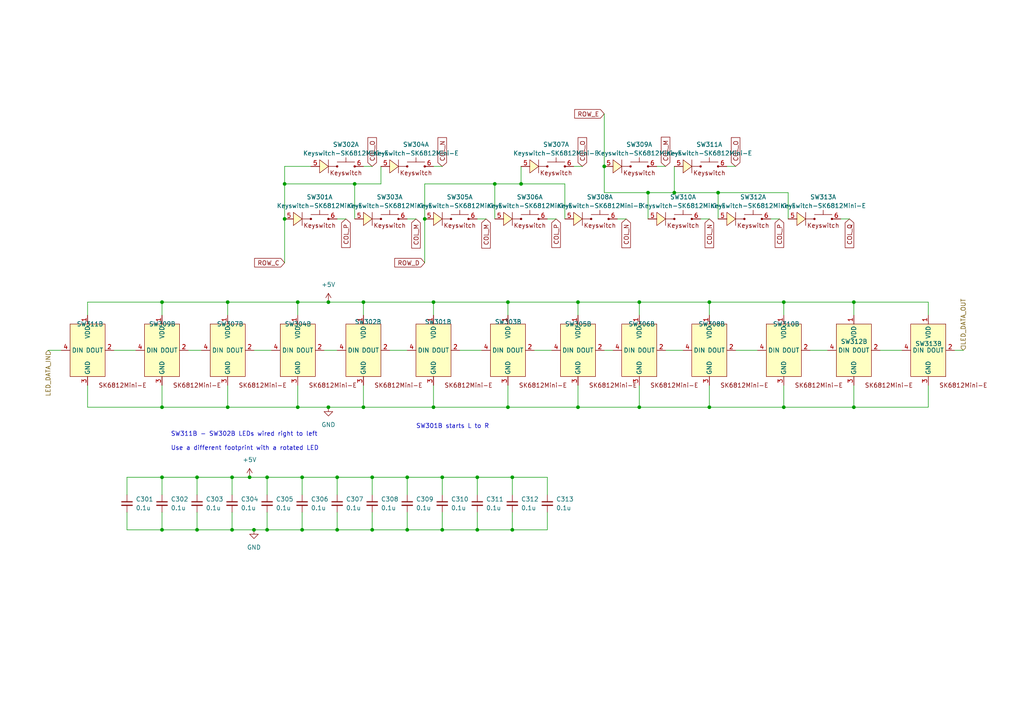
<source format=kicad_sch>
(kicad_sch (version 20211123) (generator eeschema)
  (paper "A4")
  (lib_symbols
    (symbol "BVH_Switches_Inputs:Keyswitch-SK6812Mini-E"
      (property "Reference" "SW?" (at 3.81 8.89 0))
      (symbol "Keyswitch-SK6812Mini-E_1_0"
        (text "Keyswitch" (at 0 -1.905 0) (effects (font (size 1.27 1.27))))
      )
      (symbol "Keyswitch-SK6812Mini-E_1_1"
        (pin input line (at -10.16 0 0) (length 2.54) (name "") (number "5"))
        (pin input line (at 5.08 0 180) (length 2.54) (name "") (number "6"))
      )
      (symbol "Keyswitch-SK6812Mini-E_2_0"
        (text "SK6812Mini-E" (at 10.16 -10.16 0) (effects (font (size 1.27 1.27))))
      )
      (symbol "Keyswitch-SK6812Mini-E_2_1"
        (pin power_in line (at 0 10.16 270) (length 2.54) (name "VDD") (number "1"))
        (pin output line (at 7.62 0 180) (length 2.54) (name "DOUT") (number "2"))
        (pin power_in line (at 0 -10.16 90) (length 2.54) (name "GND") (number "3"))
        (pin input line (at -7.62 0 0) (length 2.54) (name "DIN") (number "4"))
      )
    )
    (symbol "Device:C_Small" (pin_numbers hide) (pin_names (offset 0.254) hide)
      (property "Reference" "C" (at 0.254 1.778 0))
      (property "Value" "C_Small" (at 0.254 -2.032 0))
      (symbol "C_Small_1_1"
        (pin passive line (at 0 2.54 270) (length 2.032) (name "~") (number "1"))
        (pin passive line (at 0 -2.54 90) (length 2.032) (name "~") (number "2"))
      )
    )
    (symbol "Keyswitch-SK6812Mini-E_10"
      (property "Reference" "SW?" (at 3.81 8.89 0))
      (symbol "Keyswitch-SK6812Mini-E_10_1_0"
        (text "Keyswitch" (at 0 -1.905 0) (effects (font (size 1.27 1.27))))
      )
      (symbol "Keyswitch-SK6812Mini-E_10_1_1"
        (pin input line (at -10.16 0 0) (length 2.54) (name "") (number "5"))
        (pin input line (at 5.08 0 180) (length 2.54) (name "") (number "6"))
      )
      (symbol "Keyswitch-SK6812Mini-E_10_2_0"
        (text "SK6812Mini-E" (at 10.16 -10.16 0) (effects (font (size 1.27 1.27))))
      )
      (symbol "Keyswitch-SK6812Mini-E_10_2_1"
        (pin power_in line (at 0 10.16 270) (length 2.54) (name "VDD") (number "1"))
        (pin output line (at 7.62 0 180) (length 2.54) (name "DOUT") (number "2"))
        (pin power_in line (at 0 -10.16 90) (length 2.54) (name "GND") (number "3"))
        (pin input line (at -7.62 0 0) (length 2.54) (name "DIN") (number "4"))
      )
    )
    (symbol "Keyswitch-SK6812Mini-E_11"
      (property "Reference" "SW?" (at 3.81 8.89 0))
      (symbol "Keyswitch-SK6812Mini-E_11_1_0"
        (text "Keyswitch" (at 0 -1.905 0) (effects (font (size 1.27 1.27))))
      )
      (symbol "Keyswitch-SK6812Mini-E_11_1_1"
        (pin input line (at -10.16 0 0) (length 2.54) (name "") (number "5"))
        (pin input line (at 5.08 0 180) (length 2.54) (name "") (number "6"))
      )
      (symbol "Keyswitch-SK6812Mini-E_11_2_0"
        (text "SK6812Mini-E" (at 10.16 -10.16 0) (effects (font (size 1.27 1.27))))
      )
      (symbol "Keyswitch-SK6812Mini-E_11_2_1"
        (pin power_in line (at 0 10.16 270) (length 2.54) (name "VDD") (number "1"))
        (pin output line (at 7.62 0 180) (length 2.54) (name "DOUT") (number "2"))
        (pin power_in line (at 0 -10.16 90) (length 2.54) (name "GND") (number "3"))
        (pin input line (at -7.62 0 0) (length 2.54) (name "DIN") (number "4"))
      )
    )
    (symbol "Keyswitch-SK6812Mini-E_12"
      (property "Reference" "SW?" (at 3.81 8.89 0))
      (symbol "Keyswitch-SK6812Mini-E_12_1_0"
        (text "Keyswitch" (at 0 -1.905 0) (effects (font (size 1.27 1.27))))
      )
      (symbol "Keyswitch-SK6812Mini-E_12_1_1"
        (pin input line (at -10.16 0 0) (length 2.54) (name "") (number "5"))
        (pin input line (at 5.08 0 180) (length 2.54) (name "") (number "6"))
      )
      (symbol "Keyswitch-SK6812Mini-E_12_2_0"
        (text "SK6812Mini-E" (at 10.16 -10.16 0) (effects (font (size 1.27 1.27))))
      )
      (symbol "Keyswitch-SK6812Mini-E_12_2_1"
        (pin power_in line (at 0 10.16 270) (length 2.54) (name "VDD") (number "1"))
        (pin output line (at 7.62 0 180) (length 2.54) (name "DOUT") (number "2"))
        (pin power_in line (at 0 -10.16 90) (length 2.54) (name "GND") (number "3"))
        (pin input line (at -7.62 0 0) (length 2.54) (name "DIN") (number "4"))
      )
    )
    (symbol "Keyswitch-SK6812Mini-E_13"
      (property "Reference" "SW?" (at 3.81 8.89 0))
      (symbol "Keyswitch-SK6812Mini-E_13_1_0"
        (text "Keyswitch" (at 0 -1.905 0) (effects (font (size 1.27 1.27))))
      )
      (symbol "Keyswitch-SK6812Mini-E_13_1_1"
        (pin input line (at -10.16 0 0) (length 2.54) (name "") (number "5"))
        (pin input line (at 5.08 0 180) (length 2.54) (name "") (number "6"))
      )
      (symbol "Keyswitch-SK6812Mini-E_13_2_0"
        (text "SK6812Mini-E" (at 10.16 -10.16 0) (effects (font (size 1.27 1.27))))
      )
      (symbol "Keyswitch-SK6812Mini-E_13_2_1"
        (pin power_in line (at 0 10.16 270) (length 2.54) (name "VDD") (number "1"))
        (pin output line (at 7.62 0 180) (length 2.54) (name "DOUT") (number "2"))
        (pin power_in line (at 0 -10.16 90) (length 2.54) (name "GND") (number "3"))
        (pin input line (at -7.62 0 0) (length 2.54) (name "DIN") (number "4"))
      )
    )
    (symbol "Keyswitch-SK6812Mini-E_14"
      (property "Reference" "SW?" (at 3.81 8.89 0))
      (symbol "Keyswitch-SK6812Mini-E_14_1_0"
        (text "Keyswitch" (at 0 -1.905 0) (effects (font (size 1.27 1.27))))
      )
      (symbol "Keyswitch-SK6812Mini-E_14_1_1"
        (pin input line (at -10.16 0 0) (length 2.54) (name "") (number "5"))
        (pin input line (at 5.08 0 180) (length 2.54) (name "") (number "6"))
      )
      (symbol "Keyswitch-SK6812Mini-E_14_2_0"
        (text "SK6812Mini-E" (at 10.16 -10.16 0) (effects (font (size 1.27 1.27))))
      )
      (symbol "Keyswitch-SK6812Mini-E_14_2_1"
        (pin power_in line (at 0 10.16 270) (length 2.54) (name "VDD") (number "1"))
        (pin output line (at 7.62 0 180) (length 2.54) (name "DOUT") (number "2"))
        (pin power_in line (at 0 -10.16 90) (length 2.54) (name "GND") (number "3"))
        (pin input line (at -7.62 0 0) (length 2.54) (name "DIN") (number "4"))
      )
    )
    (symbol "Keyswitch-SK6812Mini-E_16"
      (property "Reference" "SW?" (at 3.81 8.89 0))
      (symbol "Keyswitch-SK6812Mini-E_16_1_0"
        (text "Keyswitch" (at 0 -1.905 0) (effects (font (size 1.27 1.27))))
      )
      (symbol "Keyswitch-SK6812Mini-E_16_1_1"
        (pin input line (at -10.16 0 0) (length 2.54) (name "") (number "5"))
        (pin input line (at 5.08 0 180) (length 2.54) (name "") (number "6"))
      )
      (symbol "Keyswitch-SK6812Mini-E_16_2_0"
        (text "SK6812Mini-E" (at 10.16 -10.16 0) (effects (font (size 1.27 1.27))))
      )
      (symbol "Keyswitch-SK6812Mini-E_16_2_1"
        (pin power_in line (at 0 10.16 270) (length 2.54) (name "VDD") (number "1"))
        (pin output line (at 7.62 0 180) (length 2.54) (name "DOUT") (number "2"))
        (pin power_in line (at 0 -10.16 90) (length 2.54) (name "GND") (number "3"))
        (pin input line (at -7.62 0 0) (length 2.54) (name "DIN") (number "4"))
      )
    )
    (symbol "Keyswitch-SK6812Mini-E_17"
      (property "Reference" "SW?" (at 3.81 8.89 0))
      (symbol "Keyswitch-SK6812Mini-E_17_1_0"
        (text "Keyswitch" (at 0 -1.905 0) (effects (font (size 1.27 1.27))))
      )
      (symbol "Keyswitch-SK6812Mini-E_17_1_1"
        (pin input line (at -10.16 0 0) (length 2.54) (name "") (number "5"))
        (pin input line (at 5.08 0 180) (length 2.54) (name "") (number "6"))
      )
      (symbol "Keyswitch-SK6812Mini-E_17_2_0"
        (text "SK6812Mini-E" (at 10.16 -10.16 0) (effects (font (size 1.27 1.27))))
      )
      (symbol "Keyswitch-SK6812Mini-E_17_2_1"
        (pin power_in line (at 0 10.16 270) (length 2.54) (name "VDD") (number "1"))
        (pin output line (at 7.62 0 180) (length 2.54) (name "DOUT") (number "2"))
        (pin power_in line (at 0 -10.16 90) (length 2.54) (name "GND") (number "3"))
        (pin input line (at -7.62 0 0) (length 2.54) (name "DIN") (number "4"))
      )
    )
    (symbol "Keyswitch-SK6812Mini-E_18"
      (property "Reference" "SW?" (at 3.81 8.89 0))
      (symbol "Keyswitch-SK6812Mini-E_18_1_0"
        (text "Keyswitch" (at 0 -1.905 0) (effects (font (size 1.27 1.27))))
      )
      (symbol "Keyswitch-SK6812Mini-E_18_1_1"
        (pin input line (at -10.16 0 0) (length 2.54) (name "") (number "5"))
        (pin input line (at 5.08 0 180) (length 2.54) (name "") (number "6"))
      )
      (symbol "Keyswitch-SK6812Mini-E_18_2_0"
        (text "SK6812Mini-E" (at 10.16 -10.16 0) (effects (font (size 1.27 1.27))))
      )
      (symbol "Keyswitch-SK6812Mini-E_18_2_1"
        (pin power_in line (at 0 10.16 270) (length 2.54) (name "VDD") (number "1"))
        (pin output line (at 7.62 0 180) (length 2.54) (name "DOUT") (number "2"))
        (pin power_in line (at 0 -10.16 90) (length 2.54) (name "GND") (number "3"))
        (pin input line (at -7.62 0 0) (length 2.54) (name "DIN") (number "4"))
      )
    )
    (symbol "Keyswitch-SK6812Mini-E_20"
      (property "Reference" "SW?" (at 3.81 8.89 0))
      (symbol "Keyswitch-SK6812Mini-E_20_1_0"
        (text "Keyswitch" (at 0 -1.905 0) (effects (font (size 1.27 1.27))))
      )
      (symbol "Keyswitch-SK6812Mini-E_20_1_1"
        (pin input line (at -10.16 0 0) (length 2.54) (name "") (number "5"))
        (pin input line (at 5.08 0 180) (length 2.54) (name "") (number "6"))
      )
      (symbol "Keyswitch-SK6812Mini-E_20_2_0"
        (text "SK6812Mini-E" (at 10.16 -10.16 0) (effects (font (size 1.27 1.27))))
      )
      (symbol "Keyswitch-SK6812Mini-E_20_2_1"
        (pin power_in line (at 0 10.16 270) (length 2.54) (name "VDD") (number "1"))
        (pin output line (at 7.62 0 180) (length 2.54) (name "DOUT") (number "2"))
        (pin power_in line (at 0 -10.16 90) (length 2.54) (name "GND") (number "3"))
        (pin input line (at -7.62 0 0) (length 2.54) (name "DIN") (number "4"))
      )
    )
    (symbol "Keyswitch-SK6812Mini-E_21"
      (property "Reference" "SW?" (at 3.81 8.89 0))
      (symbol "Keyswitch-SK6812Mini-E_21_1_0"
        (text "Keyswitch" (at 0 -1.905 0) (effects (font (size 1.27 1.27))))
      )
      (symbol "Keyswitch-SK6812Mini-E_21_1_1"
        (pin input line (at -10.16 0 0) (length 2.54) (name "") (number "5"))
        (pin input line (at 5.08 0 180) (length 2.54) (name "") (number "6"))
      )
      (symbol "Keyswitch-SK6812Mini-E_21_2_0"
        (text "SK6812Mini-E" (at 10.16 -10.16 0) (effects (font (size 1.27 1.27))))
      )
      (symbol "Keyswitch-SK6812Mini-E_21_2_1"
        (pin power_in line (at 0 10.16 270) (length 2.54) (name "VDD") (number "1"))
        (pin output line (at 7.62 0 180) (length 2.54) (name "DOUT") (number "2"))
        (pin power_in line (at 0 -10.16 90) (length 2.54) (name "GND") (number "3"))
        (pin input line (at -7.62 0 0) (length 2.54) (name "DIN") (number "4"))
      )
    )
    (symbol "Keyswitch-SK6812Mini-E_22"
      (property "Reference" "SW?" (at 3.81 8.89 0))
      (symbol "Keyswitch-SK6812Mini-E_22_1_0"
        (text "Keyswitch" (at 0 -1.905 0) (effects (font (size 1.27 1.27))))
      )
      (symbol "Keyswitch-SK6812Mini-E_22_1_1"
        (pin input line (at -10.16 0 0) (length 2.54) (name "") (number "5"))
        (pin input line (at 5.08 0 180) (length 2.54) (name "") (number "6"))
      )
      (symbol "Keyswitch-SK6812Mini-E_22_2_0"
        (text "SK6812Mini-E" (at 10.16 -10.16 0) (effects (font (size 1.27 1.27))))
      )
      (symbol "Keyswitch-SK6812Mini-E_22_2_1"
        (pin power_in line (at 0 10.16 270) (length 2.54) (name "VDD") (number "1"))
        (pin output line (at 7.62 0 180) (length 2.54) (name "DOUT") (number "2"))
        (pin power_in line (at 0 -10.16 90) (length 2.54) (name "GND") (number "3"))
        (pin input line (at -7.62 0 0) (length 2.54) (name "DIN") (number "4"))
      )
    )
    (symbol "Keyswitch-SK6812Mini-E_23"
      (property "Reference" "SW?" (at 3.81 8.89 0))
      (symbol "Keyswitch-SK6812Mini-E_23_1_0"
        (text "Keyswitch" (at 0 -1.905 0) (effects (font (size 1.27 1.27))))
      )
      (symbol "Keyswitch-SK6812Mini-E_23_1_1"
        (pin input line (at -10.16 0 0) (length 2.54) (name "") (number "5"))
        (pin input line (at 5.08 0 180) (length 2.54) (name "") (number "6"))
      )
      (symbol "Keyswitch-SK6812Mini-E_23_2_0"
        (text "SK6812Mini-E" (at 10.16 -10.16 0) (effects (font (size 1.27 1.27))))
      )
      (symbol "Keyswitch-SK6812Mini-E_23_2_1"
        (pin power_in line (at 0 10.16 270) (length 2.54) (name "VDD") (number "1"))
        (pin output line (at 7.62 0 180) (length 2.54) (name "DOUT") (number "2"))
        (pin power_in line (at 0 -10.16 90) (length 2.54) (name "GND") (number "3"))
        (pin input line (at -7.62 0 0) (length 2.54) (name "DIN") (number "4"))
      )
    )
    (symbol "Keyswitch-SK6812Mini-E_24"
      (property "Reference" "SW?" (at 3.81 8.89 0))
      (symbol "Keyswitch-SK6812Mini-E_24_1_0"
        (text "Keyswitch" (at 0 -1.905 0) (effects (font (size 1.27 1.27))))
      )
      (symbol "Keyswitch-SK6812Mini-E_24_1_1"
        (pin input line (at -10.16 0 0) (length 2.54) (name "") (number "5"))
        (pin input line (at 5.08 0 180) (length 2.54) (name "") (number "6"))
      )
      (symbol "Keyswitch-SK6812Mini-E_24_2_0"
        (text "SK6812Mini-E" (at 10.16 -10.16 0) (effects (font (size 1.27 1.27))))
      )
      (symbol "Keyswitch-SK6812Mini-E_24_2_1"
        (pin power_in line (at 0 10.16 270) (length 2.54) (name "VDD") (number "1"))
        (pin output line (at 7.62 0 180) (length 2.54) (name "DOUT") (number "2"))
        (pin power_in line (at 0 -10.16 90) (length 2.54) (name "GND") (number "3"))
        (pin input line (at -7.62 0 0) (length 2.54) (name "DIN") (number "4"))
      )
    )
    (symbol "Keyswitch-SK6812Mini-E_25"
      (property "Reference" "SW?" (at 3.81 8.89 0))
      (symbol "Keyswitch-SK6812Mini-E_25_1_0"
        (text "Keyswitch" (at 0 -1.905 0) (effects (font (size 1.27 1.27))))
      )
      (symbol "Keyswitch-SK6812Mini-E_25_1_1"
        (pin input line (at -10.16 0 0) (length 2.54) (name "") (number "5"))
        (pin input line (at 5.08 0 180) (length 2.54) (name "") (number "6"))
      )
      (symbol "Keyswitch-SK6812Mini-E_25_2_0"
        (text "SK6812Mini-E" (at 10.16 -10.16 0) (effects (font (size 1.27 1.27))))
      )
      (symbol "Keyswitch-SK6812Mini-E_25_2_1"
        (pin power_in line (at 0 10.16 270) (length 2.54) (name "VDD") (number "1"))
        (pin output line (at 7.62 0 180) (length 2.54) (name "DOUT") (number "2"))
        (pin power_in line (at 0 -10.16 90) (length 2.54) (name "GND") (number "3"))
        (pin input line (at -7.62 0 0) (length 2.54) (name "DIN") (number "4"))
      )
    )
    (symbol "Keyswitch-SK6812Mini-E_26"
      (property "Reference" "SW?" (at 3.81 8.89 0))
      (symbol "Keyswitch-SK6812Mini-E_26_1_0"
        (text "Keyswitch" (at 0 -1.905 0) (effects (font (size 1.27 1.27))))
      )
      (symbol "Keyswitch-SK6812Mini-E_26_1_1"
        (pin input line (at -10.16 0 0) (length 2.54) (name "") (number "5"))
        (pin input line (at 5.08 0 180) (length 2.54) (name "") (number "6"))
      )
      (symbol "Keyswitch-SK6812Mini-E_26_2_0"
        (text "SK6812Mini-E" (at 10.16 -10.16 0) (effects (font (size 1.27 1.27))))
      )
      (symbol "Keyswitch-SK6812Mini-E_26_2_1"
        (pin power_in line (at 0 10.16 270) (length 2.54) (name "VDD") (number "1"))
        (pin output line (at 7.62 0 180) (length 2.54) (name "DOUT") (number "2"))
        (pin power_in line (at 0 -10.16 90) (length 2.54) (name "GND") (number "3"))
        (pin input line (at -7.62 0 0) (length 2.54) (name "DIN") (number "4"))
      )
    )
    (symbol "Keyswitch-SK6812Mini-E_27"
      (property "Reference" "SW?" (at 3.81 8.89 0))
      (symbol "Keyswitch-SK6812Mini-E_27_1_0"
        (text "Keyswitch" (at 0 -1.905 0) (effects (font (size 1.27 1.27))))
      )
      (symbol "Keyswitch-SK6812Mini-E_27_1_1"
        (pin input line (at -10.16 0 0) (length 2.54) (name "") (number "5"))
        (pin input line (at 5.08 0 180) (length 2.54) (name "") (number "6"))
      )
      (symbol "Keyswitch-SK6812Mini-E_27_2_0"
        (text "SK6812Mini-E" (at 10.16 -10.16 0) (effects (font (size 1.27 1.27))))
      )
      (symbol "Keyswitch-SK6812Mini-E_27_2_1"
        (pin power_in line (at 0 10.16 270) (length 2.54) (name "VDD") (number "1"))
        (pin output line (at 7.62 0 180) (length 2.54) (name "DOUT") (number "2"))
        (pin power_in line (at 0 -10.16 90) (length 2.54) (name "GND") (number "3"))
        (pin input line (at -7.62 0 0) (length 2.54) (name "DIN") (number "4"))
      )
    )
    (symbol "Keyswitch-SK6812Mini-E_7"
      (property "Reference" "SW?" (at 3.81 8.89 0))
      (symbol "Keyswitch-SK6812Mini-E_7_1_0"
        (text "Keyswitch" (at 0 -1.905 0) (effects (font (size 1.27 1.27))))
      )
      (symbol "Keyswitch-SK6812Mini-E_7_1_1"
        (pin input line (at -10.16 0 0) (length 2.54) (name "") (number "5"))
        (pin input line (at 5.08 0 180) (length 2.54) (name "") (number "6"))
      )
      (symbol "Keyswitch-SK6812Mini-E_7_2_0"
        (text "SK6812Mini-E" (at 10.16 -10.16 0) (effects (font (size 1.27 1.27))))
      )
      (symbol "Keyswitch-SK6812Mini-E_7_2_1"
        (pin power_in line (at 0 10.16 270) (length 2.54) (name "VDD") (number "1"))
        (pin output line (at 7.62 0 180) (length 2.54) (name "DOUT") (number "2"))
        (pin power_in line (at 0 -10.16 90) (length 2.54) (name "GND") (number "3"))
        (pin input line (at -7.62 0 0) (length 2.54) (name "DIN") (number "4"))
      )
    )
    (symbol "Keyswitch-SK6812Mini-E_8"
      (property "Reference" "SW?" (at 3.81 8.89 0))
      (symbol "Keyswitch-SK6812Mini-E_8_1_0"
        (text "Keyswitch" (at 0 -1.905 0) (effects (font (size 1.27 1.27))))
      )
      (symbol "Keyswitch-SK6812Mini-E_8_1_1"
        (pin input line (at -10.16 0 0) (length 2.54) (name "") (number "5"))
        (pin input line (at 5.08 0 180) (length 2.54) (name "") (number "6"))
      )
      (symbol "Keyswitch-SK6812Mini-E_8_2_0"
        (text "SK6812Mini-E" (at 10.16 -10.16 0) (effects (font (size 1.27 1.27))))
      )
      (symbol "Keyswitch-SK6812Mini-E_8_2_1"
        (pin power_in line (at 0 10.16 270) (length 2.54) (name "VDD") (number "1"))
        (pin output line (at 7.62 0 180) (length 2.54) (name "DOUT") (number "2"))
        (pin power_in line (at 0 -10.16 90) (length 2.54) (name "GND") (number "3"))
        (pin input line (at -7.62 0 0) (length 2.54) (name "DIN") (number "4"))
      )
    )
    (symbol "Keyswitch-SK6812Mini-E_9"
      (property "Reference" "SW?" (at 3.81 8.89 0))
      (symbol "Keyswitch-SK6812Mini-E_9_1_0"
        (text "Keyswitch" (at 0 -1.905 0) (effects (font (size 1.27 1.27))))
      )
      (symbol "Keyswitch-SK6812Mini-E_9_1_1"
        (pin input line (at -10.16 0 0) (length 2.54) (name "") (number "5"))
        (pin input line (at 5.08 0 180) (length 2.54) (name "") (number "6"))
      )
      (symbol "Keyswitch-SK6812Mini-E_9_2_0"
        (text "SK6812Mini-E" (at 10.16 -10.16 0) (effects (font (size 1.27 1.27))))
      )
      (symbol "Keyswitch-SK6812Mini-E_9_2_1"
        (pin power_in line (at 0 10.16 270) (length 2.54) (name "VDD") (number "1"))
        (pin output line (at 7.62 0 180) (length 2.54) (name "DOUT") (number "2"))
        (pin power_in line (at 0 -10.16 90) (length 2.54) (name "GND") (number "3"))
        (pin input line (at -7.62 0 0) (length 2.54) (name "DIN") (number "4"))
      )
    )
    (symbol "power:+5V" (power) (pin_names (offset 0))
      (property "Value" "+5V" (at 0 3.556 0))
      (symbol "+5V_1_1"
        (pin power_in line (at 0 0 90) (length 0) hide (name "+5V") (number "1"))
      )
    )
    (symbol "power:GND" (power) (pin_names (offset 0))
      (property "Value" "GND" (at 0 -3.81 0))
      (symbol "GND_1_1"
        (pin power_in line (at 0 0 270) (length 0) hide (name "GND") (number "1"))
      )
    )
  )
  (junction (at 95.25 118.11))
  (junction (at 195.58 55.88))
  (junction (at 87.63 138.43))
  (junction (at 208.28 55.88))
  (junction (at 57.15 138.43))
  (junction (at 118.11 153.67))
  (junction (at 227.33 87.63))
  (junction (at 147.32 118.11))
  (junction (at 128.27 138.43))
  (junction (at 95.25 87.63))
  (junction (at 105.41 87.63))
  (junction (at 86.36 87.63))
  (junction (at 118.11 138.43))
  (junction (at 97.79 138.43))
  (junction (at 125.73 118.11))
  (junction (at 87.63 153.67))
  (junction (at 67.31 153.67))
  (junction (at 102.87 53.34))
  (junction (at 82.55 53.34))
  (junction (at 123.19 63.5))
  (junction (at 205.74 118.11))
  (junction (at 205.74 87.63))
  (junction (at 46.99 87.63))
  (junction (at 185.42 87.63))
  (junction (at 66.04 118.11))
  (junction (at 86.36 118.11))
  (junction (at 138.43 138.43))
  (junction (at 148.59 153.67))
  (junction (at 185.42 118.11))
  (junction (at 143.51 53.34))
  (junction (at 57.15 153.67))
  (junction (at 107.95 153.67))
  (junction (at 247.65 118.11))
  (junction (at 187.96 55.88))
  (junction (at 46.99 118.11))
  (junction (at 167.64 87.63))
  (junction (at 107.95 138.43))
  (junction (at 46.99 138.43))
  (junction (at 148.59 138.43))
  (junction (at 105.41 118.11))
  (junction (at 247.65 87.63))
  (junction (at 125.73 87.63))
  (junction (at 227.33 118.11))
  (junction (at 128.27 153.67))
  (junction (at 138.43 153.67))
  (junction (at 46.99 153.67))
  (junction (at 77.47 153.67))
  (junction (at 66.04 87.63))
  (junction (at 72.39 138.43))
  (junction (at 147.32 87.63))
  (junction (at 151.13 53.34))
  (junction (at 73.66 153.67))
  (junction (at 82.55 63.5))
  (junction (at 167.64 118.11))
  (junction (at 97.79 153.67))
  (junction (at 175.26 48.26))
  (junction (at 77.47 138.43))
  (junction (at 67.31 138.43))
  (wire (pts (xy 46.99 148.59) (xy 46.99 153.67)))
  (wire (pts (xy 227.33 87.63) (xy 227.33 91.44)))
  (wire (pts (xy 57.15 148.59) (xy 57.15 153.67)))
  (wire (pts (xy 25.4 91.44) (xy 25.4 87.63)))
  (wire (pts (xy 167.64 118.11) (xy 147.32 118.11)))
  (wire (pts (xy 66.04 118.11) (xy 46.99 118.11)))
  (wire (pts (xy 54.61 101.6) (xy 58.42 101.6)))
  (wire (pts (xy 179.07 63.5) (xy 181.61 63.5)))
  (wire (pts (xy 123.19 63.5) (xy 123.19 53.34)))
  (wire (pts (xy 269.24 111.76) (xy 269.24 118.11)))
  (wire (pts (xy 97.79 138.43) (xy 87.63 138.43)))
  (wire (pts (xy 97.79 138.43) (xy 97.79 143.51)))
  (wire (pts (xy 138.43 153.67) (xy 148.59 153.67)))
  (wire (pts (xy 13.97 101.6) (xy 17.78 101.6)))
  (wire (pts (xy 107.95 138.43) (xy 118.11 138.43)))
  (wire (pts (xy 95.25 87.63) (xy 105.41 87.63)))
  (wire (pts (xy 46.99 87.63) (xy 66.04 87.63)))
  (wire (pts (xy 82.55 48.26) (xy 90.17 48.26)))
  (wire (pts (xy 205.74 87.63) (xy 205.74 91.44)))
  (wire (pts (xy 107.95 153.67) (xy 118.11 153.67)))
  (wire (pts (xy 87.63 138.43) (xy 87.63 143.51)))
  (wire (pts (xy 25.4 87.63) (xy 46.99 87.63)))
  (wire (pts (xy 167.64 87.63) (xy 167.64 91.44)))
  (wire (pts (xy 77.47 153.67) (xy 73.66 153.67)))
  (wire (pts (xy 269.24 118.11) (xy 247.65 118.11)))
  (wire (pts (xy 67.31 138.43) (xy 67.31 143.51)))
  (wire (pts (xy 107.95 153.67) (xy 97.79 153.67)))
  (wire (pts (xy 195.58 55.88) (xy 208.28 55.88)))
  (wire (pts (xy 107.95 138.43) (xy 97.79 138.43)))
  (wire (pts (xy 36.83 138.43) (xy 46.99 138.43)))
  (wire (pts (xy 97.79 153.67) (xy 87.63 153.67)))
  (wire (pts (xy 46.99 87.63) (xy 46.99 91.44)))
  (wire (pts (xy 77.47 148.59) (xy 77.47 153.67)))
  (wire (pts (xy 36.83 143.51) (xy 36.83 138.43)))
  (wire (pts (xy 210.82 48.26) (xy 213.36 48.26)))
  (wire (pts (xy 105.41 48.26) (xy 107.95 48.26)))
  (wire (pts (xy 82.55 53.34) (xy 82.55 63.5)))
  (wire (pts (xy 205.74 118.11) (xy 185.42 118.11)))
  (wire (pts (xy 118.11 63.5) (xy 120.65 63.5)))
  (wire (pts (xy 190.5 48.26) (xy 193.04 48.26)))
  (wire (pts (xy 247.65 111.76) (xy 247.65 118.11)))
  (wire (pts (xy 143.51 53.34) (xy 143.51 63.5)))
  (wire (pts (xy 187.96 55.88) (xy 195.58 55.88)))
  (wire (pts (xy 227.33 87.63) (xy 247.65 87.63)))
  (wire (pts (xy 86.36 87.63) (xy 86.36 91.44)))
  (wire (pts (xy 148.59 143.51) (xy 148.59 138.43)))
  (wire (pts (xy 148.59 148.59) (xy 148.59 153.67)))
  (wire (pts (xy 203.2 63.5) (xy 205.74 63.5)))
  (wire (pts (xy 243.84 63.5) (xy 246.38 63.5)))
  (wire (pts (xy 118.11 153.67) (xy 128.27 153.67)))
  (wire (pts (xy 147.32 87.63) (xy 167.64 87.63)))
  (wire (pts (xy 66.04 87.63) (xy 86.36 87.63)))
  (wire (pts (xy 86.36 118.11) (xy 86.36 111.76)))
  (wire (pts (xy 205.74 111.76) (xy 205.74 118.11)))
  (wire (pts (xy 138.43 138.43) (xy 138.43 143.51)))
  (wire (pts (xy 46.99 138.43) (xy 57.15 138.43)))
  (wire (pts (xy 167.64 118.11) (xy 185.42 118.11)))
  (wire (pts (xy 234.95 101.6) (xy 240.03 101.6)))
  (wire (pts (xy 25.4 118.11) (xy 25.4 111.76)))
  (wire (pts (xy 125.73 118.11) (xy 105.41 118.11)))
  (wire (pts (xy 205.74 87.63) (xy 227.33 87.63)))
  (wire (pts (xy 36.83 148.59) (xy 36.83 153.67)))
  (wire (pts (xy 247.65 87.63) (xy 269.24 87.63)))
  (wire (pts (xy 118.11 138.43) (xy 118.11 143.51)))
  (wire (pts (xy 86.36 87.63) (xy 95.25 87.63)))
  (wire (pts (xy 158.75 143.51) (xy 158.75 138.43)))
  (wire (pts (xy 123.19 53.34) (xy 143.51 53.34)))
  (wire (pts (xy 87.63 148.59) (xy 87.63 153.67)))
  (wire (pts (xy 87.63 153.67) (xy 77.47 153.67)))
  (wire (pts (xy 67.31 148.59) (xy 67.31 153.67)))
  (wire (pts (xy 125.73 111.76) (xy 125.73 118.11)))
  (wire (pts (xy 247.65 87.63) (xy 247.65 91.44)))
  (wire (pts (xy 36.83 153.67) (xy 46.99 153.67)))
  (wire (pts (xy 255.27 101.6) (xy 261.62 101.6)))
  (wire (pts (xy 247.65 118.11) (xy 227.33 118.11)))
  (wire (pts (xy 57.15 138.43) (xy 67.31 138.43)))
  (wire (pts (xy 77.47 138.43) (xy 72.39 138.43)))
  (wire (pts (xy 67.31 138.43) (xy 72.39 138.43)))
  (wire (pts (xy 125.73 87.63) (xy 147.32 87.63)))
  (wire (pts (xy 105.41 87.63) (xy 105.41 91.44)))
  (wire (pts (xy 66.04 87.63) (xy 66.04 91.44)))
  (wire (pts (xy 148.59 153.67) (xy 158.75 153.67)))
  (wire (pts (xy 208.28 55.88) (xy 208.28 63.5)))
  (wire (pts (xy 113.03 101.6) (xy 118.11 101.6)))
  (wire (pts (xy 185.42 111.76) (xy 185.42 118.11)))
  (wire (pts (xy 107.95 148.59) (xy 107.95 153.67)))
  (wire (pts (xy 57.15 153.67) (xy 67.31 153.67)))
  (wire (pts (xy 158.75 148.59) (xy 158.75 153.67)))
  (wire (pts (xy 128.27 138.43) (xy 138.43 138.43)))
  (wire (pts (xy 147.32 118.11) (xy 125.73 118.11)))
  (wire (pts (xy 125.73 87.63) (xy 125.73 91.44)))
  (wire (pts (xy 118.11 148.59) (xy 118.11 153.67)))
  (wire (pts (xy 195.58 55.88) (xy 195.58 48.26)))
  (wire (pts (xy 97.79 148.59) (xy 97.79 153.67)))
  (wire (pts (xy 185.42 87.63) (xy 185.42 91.44)))
  (wire (pts (xy 193.04 101.6) (xy 198.12 101.6)))
  (wire (pts (xy 77.47 138.43) (xy 77.47 143.51)))
  (wire (pts (xy 46.99 118.11) (xy 46.99 111.76)))
  (wire (pts (xy 138.43 148.59) (xy 138.43 153.67)))
  (wire (pts (xy 46.99 138.43) (xy 46.99 143.51)))
  (wire (pts (xy 166.37 48.26) (xy 168.91 48.26)))
  (wire (pts (xy 125.73 48.26) (xy 128.27 48.26)))
  (wire (pts (xy 138.43 63.5) (xy 140.97 63.5)))
  (wire (pts (xy 102.87 53.34) (xy 110.49 53.34)))
  (wire (pts (xy 66.04 118.11) (xy 66.04 111.76)))
  (wire (pts (xy 46.99 118.11) (xy 25.4 118.11)))
  (wire (pts (xy 227.33 118.11) (xy 205.74 118.11)))
  (wire (pts (xy 57.15 138.43) (xy 57.15 143.51)))
  (wire (pts (xy 93.98 101.6) (xy 97.79 101.6)))
  (wire (pts (xy 102.87 53.34) (xy 102.87 63.5)))
  (wire (pts (xy 223.52 63.5) (xy 226.06 63.5)))
  (wire (pts (xy 105.41 118.11) (xy 95.25 118.11)))
  (wire (pts (xy 107.95 143.51) (xy 107.95 138.43)))
  (wire (pts (xy 87.63 138.43) (xy 77.47 138.43)))
  (wire (pts (xy 97.79 63.5) (xy 100.33 63.5)))
  (wire (pts (xy 228.6 63.5) (xy 228.6 55.88)))
  (wire (pts (xy 148.59 138.43) (xy 158.75 138.43)))
  (wire (pts (xy 143.51 53.34) (xy 151.13 53.34)))
  (wire (pts (xy 128.27 138.43) (xy 128.27 143.51)))
  (wire (pts (xy 213.36 101.6) (xy 219.71 101.6)))
  (wire (pts (xy 154.94 101.6) (xy 160.02 101.6)))
  (wire (pts (xy 105.41 87.63) (xy 125.73 87.63)))
  (wire (pts (xy 227.33 111.76) (xy 227.33 118.11)))
  (wire (pts (xy 163.83 53.34) (xy 163.83 63.5)))
  (wire (pts (xy 33.02 101.6) (xy 39.37 101.6)))
  (wire (pts (xy 110.49 53.34) (xy 110.49 48.26)))
  (wire (pts (xy 118.11 138.43) (xy 128.27 138.43)))
  (wire (pts (xy 95.25 118.11) (xy 86.36 118.11)))
  (wire (pts (xy 46.99 153.67) (xy 57.15 153.67)))
  (wire (pts (xy 133.35 101.6) (xy 139.7 101.6)))
  (wire (pts (xy 151.13 53.34) (xy 151.13 48.26)))
  (wire (pts (xy 105.41 111.76) (xy 105.41 118.11)))
  (wire (pts (xy 82.55 53.34) (xy 102.87 53.34)))
  (wire (pts (xy 128.27 148.59) (xy 128.27 153.67)))
  (wire (pts (xy 185.42 87.63) (xy 205.74 87.63)))
  (wire (pts (xy 82.55 53.34) (xy 82.55 48.26)))
  (wire (pts (xy 86.36 118.11) (xy 66.04 118.11)))
  (wire (pts (xy 187.96 55.88) (xy 187.96 63.5)))
  (wire (pts (xy 128.27 153.67) (xy 138.43 153.67)))
  (wire (pts (xy 147.32 87.63) (xy 147.32 91.44)))
  (wire (pts (xy 73.66 101.6) (xy 78.74 101.6)))
  (wire (pts (xy 158.75 63.5) (xy 161.29 63.5)))
  (wire (pts (xy 147.32 111.76) (xy 147.32 118.11)))
  (wire (pts (xy 151.13 53.34) (xy 163.83 53.34)))
  (wire (pts (xy 175.26 101.6) (xy 177.8 101.6)))
  (wire (pts (xy 228.6 55.88) (xy 208.28 55.88)))
  (wire (pts (xy 67.31 153.67) (xy 73.66 153.67)))
  (wire (pts (xy 175.26 55.88) (xy 187.96 55.88)))
  (wire (pts (xy 175.26 33.02) (xy 175.26 48.26)))
  (wire (pts (xy 269.24 87.63) (xy 269.24 91.44)))
  (wire (pts (xy 82.55 63.5) (xy 82.55 76.2)))
  (wire (pts (xy 138.43 138.43) (xy 148.59 138.43)))
  (wire (pts (xy 167.64 111.76) (xy 167.64 118.11)))
  (wire (pts (xy 276.86 101.6) (xy 279.4 101.6)))
  (wire (pts (xy 167.64 87.63) (xy 185.42 87.63)))
  (wire (pts (xy 123.19 63.5) (xy 123.19 76.2)))
  (wire (pts (xy 175.26 48.26) (xy 175.26 55.88)))
  (text "SW301B starts L to R" (at 120.65 124.46 0) (effects (font (size 1.27 1.27)) (justify left bottom)))
  (text "SW311B - SW302B LEDs wired right to left\n\nUse a different footprint with a rotated LED" (at 49.53 130.81 0) (effects (font (size 1.27 1.27)) (justify left bottom)))
  (global_label "COL_P" (shape input) (at 226.06 63.5 270) (property "Intersheet References" "${INTERSHEET_REFS}" (effects hide)))
  (global_label "COL_M" (shape input) (at 120.65 63.5 270) (property "Intersheet References" "${INTERSHEET_REFS}" (effects hide)))
  (global_label "COL_O" (shape input) (at 107.95 48.26 90) (property "Intersheet References" "${INTERSHEET_REFS}" (effects hide)))
  (global_label "COL_N" (shape input) (at 181.61 63.5 270) (property "Intersheet References" "${INTERSHEET_REFS}" (effects hide)))
  (global_label "COL_P" (shape input) (at 161.29 63.5 270) (property "Intersheet References" "${INTERSHEET_REFS}" (effects hide)))
  (global_label "COL_O" (shape input) (at 168.91 48.26 90) (property "Intersheet References" "${INTERSHEET_REFS}" (effects hide)))
  (global_label "COL_N" (shape input) (at 128.27 48.26 90) (property "Intersheet References" "${INTERSHEET_REFS}" (effects hide)))
  (global_label "ROW_E" (shape input) (at 175.26 33.02 180) (property "Intersheet References" "${INTERSHEET_REFS}" (effects hide)))
  (global_label "COL_M" (shape input) (at 140.97 63.5 270) (property "Intersheet References" "${INTERSHEET_REFS}" (effects hide)))
  (global_label "COL_P" (shape input) (at 100.33 63.5 270) (property "Intersheet References" "${INTERSHEET_REFS}" (effects hide)))
  (global_label "COL_N" (shape input) (at 205.74 63.5 270) (property "Intersheet References" "${INTERSHEET_REFS}" (effects hide)))
  (global_label "ROW_D" (shape input) (at 123.19 76.2 180) (property "Intersheet References" "${INTERSHEET_REFS}" (effects hide)))
  (global_label "COL_O" (shape input) (at 213.36 48.26 90) (property "Intersheet References" "${INTERSHEET_REFS}" (effects hide)))
  (global_label "COL_Q" (shape input) (at 246.38 63.5 270) (property "Intersheet References" "${INTERSHEET_REFS}" (effects hide)))
  (global_label "ROW_C" (shape input) (at 82.55 76.2 180) (property "Intersheet References" "${INTERSHEET_REFS}" (effects hide)))
  (global_label "COL_M" (shape input) (at 193.04 48.26 90) (property "Intersheet References" "${INTERSHEET_REFS}" (effects hide)))
  (hierarchical_label "LED_DATA_OUT" (shape input) (at 279.4 101.6 90))
  (hierarchical_label "LED_DATA_IN" (shape input) (at 13.97 101.6 270))
  (symbol (lib_id "Device:C_Small") (at 138.43 146.05 0) (unit 1)
    (property "Reference" "C311" (at 140.97 144.7862 0) (effects (justify left)))
    (property "Value" "0.1u" (at 140.97 147.3262 0) (effects (justify left)))
    (property "Footprint" "Capacitor_SMD:C_1206_3216Metric_Pad1.33x1.80mm_HandSolder" (effects hide))
  )
  (symbol (lib_name "Keyswitch-SK6812Mini-E_18") (lib_id "BVH_Switches_Inputs:Keyswitch-SK6812Mini-E") (at 238.76 63.5 0) (unit 1)
    (property "Reference" "SW313" (at 238.76 57.15 0))
    (property "Value" "Keyswitch-SK6812Mini-E" (at 238.76 59.69 0))
    (property "Footprint" "BVH_Switches:Keyswitch_Choc_SK6812_Diode_Vert_R" (effects hide))
  )
  (symbol (lib_name "Keyswitch-SK6812Mini-E_20") (lib_id "BVH_Switches_Inputs:Keyswitch-SK6812Mini-E") (at 161.29 48.26 0) (unit 1)
    (property "Reference" "SW307" (at 161.29 41.91 0))
    (property "Value" "Keyswitch-SK6812Mini-E" (at 161.29 44.45 0))
    (property "Footprint" "BVH_Switches:Keyswitch_Choc_w_SK6812Mini-E_Back_SOD-103_Diode_RtoL" (effects hide))
  )
  (symbol (lib_id "Device:C_Small") (at 148.59 146.05 0) (unit 1)
    (property "Reference" "C312" (at 151.13 144.7862 0) (effects (justify left)))
    (property "Value" "0.1u" (at 151.13 147.3262 0) (effects (justify left)))
    (property "Footprint" "Capacitor_SMD:C_1206_3216Metric_Pad1.33x1.80mm_HandSolder" (effects hide))
  )
  (symbol (lib_name "Keyswitch-SK6812Mini-E_12") (lib_id "BVH_Switches_Inputs:Keyswitch-SK6812Mini-E") (at 269.24 101.6 0) (unit 2)
    (property "Reference" "SW313" (at 265.43 99.695 0) (effects (justify left)))
    (property "Value" "Keyswitch-SK6812Mini-E" (effects hide))
    (property "Footprint" "BVH_Switches:Keyswitch_Choc_SK6812_Diode_Vert_R" (effects hide))
  )
  (symbol (lib_id "Device:C_Small") (at 87.63 146.05 0) (unit 1)
    (property "Reference" "C306" (at 90.17 144.7862 0) (effects (justify left)))
    (property "Value" "0.1u" (at 90.17 147.3262 0) (effects (justify left)))
    (property "Footprint" "Capacitor_SMD:C_1206_3216Metric_Pad1.33x1.80mm_HandSolder" (effects hide))
  )
  (symbol (lib_name "Keyswitch-SK6812Mini-E_14") (lib_id "BVH_Switches_Inputs:Keyswitch-SK6812Mini-E") (at 105.41 101.6 0) (unit 2)
    (property "Reference" "SW302" (at 102.87 93.345 0) (effects (justify left)))
    (property "Value" "Keyswitch-SK6812Mini-E" (effects hide))
    (property "Footprint" "BVH_Switches:Keyswitch_Choc_w_SK6812Mini-E_Back_SOD-103_Diode_RtoL" (effects hide))
  )
  (symbol (lib_name "Keyswitch-SK6812Mini-E_7") (lib_id "BVH_Switches_Inputs:Keyswitch-SK6812Mini-E") (at 147.32 101.6 0) (unit 2)
    (property "Reference" "SW303" (at 143.51 93.345 0) (effects (justify left)))
    (property "Value" "Keyswitch-SK6812Mini-E" (effects hide))
    (property "Footprint" "BVH_Switches:Keyswitch_Choc_SK6812_Diode_Vert_L" (effects hide))
  )
  (symbol (lib_name "Keyswitch-SK6812Mini-E_8") (lib_id "BVH_Switches_Inputs:Keyswitch-SK6812Mini-E") (at 86.36 101.6 0) (unit 2)
    (property "Reference" "SW304" (at 82.55 93.98 0) (effects (justify left)))
    (property "Value" "Keyswitch-SK6812Mini-E" (effects hide))
    (property "Footprint" "BVH_Switches:Keyswitch_Choc_w_SK6812Mini-E_Back_SOD-103_Diode_RtoL" (effects hide))
  )
  (symbol (lib_name "Keyswitch-SK6812Mini-E_12") (lib_id "BVH_Switches_Inputs:Keyswitch-SK6812Mini-E") (at 247.65 101.6 0) (unit 2)
    (property "Reference" "SW312" (at 243.84 99.06 0) (effects (justify left)))
    (property "Value" "Keyswitch-SK6812Mini-E" (effects hide))
    (property "Footprint" "BVH_Switches:Keyswitch_Choc_SK6812_Diode_Vert_R" (effects hide))
  )
  (symbol (lib_name "Keyswitch-SK6812Mini-E_10") (lib_id "BVH_Switches_Inputs:Keyswitch-SK6812Mini-E") (at 227.33 101.6 0) (unit 2)
    (property "Reference" "SW310" (at 224.155 93.98 0) (effects (justify left)))
    (property "Value" "Keyswitch-SK6812Mini-E" (effects hide))
    (property "Footprint" "BVH_Switches:Keyswitch_Choc_SK6812_Diode_Vert_R" (effects hide))
  )
  (symbol (lib_id "Device:C_Small") (at 97.79 146.05 0) (unit 1)
    (property "Reference" "C307" (at 100.33 144.7862 0) (effects (justify left)))
    (property "Value" "0.1u" (at 100.33 147.3262 0) (effects (justify left)))
    (property "Footprint" "Capacitor_SMD:C_1206_3216Metric_Pad1.33x1.80mm_HandSolder" (effects hide))
  )
  (symbol (lib_id "Device:C_Small") (at 107.95 146.05 0) (unit 1)
    (property "Reference" "C308" (at 110.49 144.7862 0) (effects (justify left)))
    (property "Value" "0.1u" (at 110.49 147.3262 0) (effects (justify left)))
    (property "Footprint" "Capacitor_SMD:C_1206_3216Metric_Pad1.33x1.80mm_HandSolder" (effects hide))
  )
  (symbol (lib_id "Device:C_Small") (at 158.75 146.05 0) (unit 1)
    (property "Reference" "C313" (at 161.29 144.7862 0) (effects (justify left)))
    (property "Value" "0.1u" (at 161.29 147.3262 0) (effects (justify left)))
    (property "Footprint" "Capacitor_SMD:C_1206_3216Metric_Pad1.33x1.80mm_HandSolder" (effects hide))
  )
  (symbol (lib_name "Keyswitch-SK6812Mini-E_9") (lib_id "BVH_Switches_Inputs:Keyswitch-SK6812Mini-E") (at 25.4 101.6 0) (unit 2)
    (property "Reference" "SW311" (at 22.225 93.98 0) (effects (justify left)))
    (property "Value" "Keyswitch-SK6812Mini-E" (effects hide))
    (property "Footprint" "BVH_Switches:Keyswitch_Choc_w_SK6812Mini-E_Back_SOD-103_Diode_RtoL" (effects hide))
  )
  (symbol (lib_id "Device:C_Small") (at 46.99 146.05 0) (unit 1)
    (property "Reference" "C302" (at 49.53 144.7862 0) (effects (justify left)))
    (property "Value" "0.1u" (at 49.53 147.3262 0) (effects (justify left)))
    (property "Footprint" "Capacitor_SMD:C_1206_3216Metric_Pad1.33x1.80mm_HandSolder" (effects hide))
  )
  (symbol (lib_id "Device:C_Small") (at 77.47 146.05 0) (unit 1)
    (property "Reference" "C305" (at 80.01 144.7862 0) (effects (justify left)))
    (property "Value" "0.1u" (at 80.01 147.3262 0) (effects (justify left)))
    (property "Footprint" "Capacitor_SMD:C_1206_3216Metric_Pad1.33x1.80mm_HandSolder" (effects hide))
  )
  (symbol (lib_id "Device:C_Small") (at 67.31 146.05 0) (unit 1)
    (property "Reference" "C304" (at 69.85 144.7862 0) (effects (justify left)))
    (property "Value" "0.1u" (at 69.85 147.3262 0) (effects (justify left)))
    (property "Footprint" "Capacitor_SMD:C_1206_3216Metric_Pad1.33x1.80mm_HandSolder" (effects hide))
  )
  (symbol (lib_name "Keyswitch-SK6812Mini-E_11") (lib_id "BVH_Switches_Inputs:Keyswitch-SK6812Mini-E") (at 46.99 101.6 0) (unit 2)
    (property "Reference" "SW309" (at 43.18 93.98 0) (effects (justify left)))
    (property "Value" "Keyswitch-SK6812Mini-E" (effects hide))
    (property "Footprint" "BVH_Switches:Keyswitch_Choc_w_SK6812Mini-E_Back_SOD-103_Diode_RtoL" (effects hide))
  )
  (symbol (lib_name "Keyswitch-SK6812Mini-E_22") (lib_id "BVH_Switches_Inputs:Keyswitch-SK6812Mini-E") (at 173.99 63.5 0) (unit 1)
    (property "Reference" "SW308" (at 173.99 57.15 0))
    (property "Value" "Keyswitch-SK6812Mini-E" (at 173.99 59.69 0))
    (property "Footprint" "BVH_Switches:Keyswitch_Choc_SK6812_Diode_Vert_R" (effects hide))
  )
  (symbol (lib_id "power:+5V") (at 72.39 138.43 0) (unit 1)
    (property "Reference" "#PWR0303" (effects hide))
    (property "Value" "+5V" (at 72.39 133.35 0))
  )
  (symbol (lib_id "power:GND") (at 73.66 153.67 0) (unit 1)
    (property "Reference" "#PWR0304" (effects hide))
    (property "Value" "GND" (at 73.66 158.75 0))
  )
  (symbol (lib_id "Device:C_Small") (at 57.15 146.05 0) (unit 1)
    (property "Reference" "C303" (at 59.69 144.7862 0) (effects (justify left)))
    (property "Value" "0.1u" (at 59.69 147.3262 0) (effects (justify left)))
    (property "Footprint" "Capacitor_SMD:C_1206_3216Metric_Pad1.33x1.80mm_HandSolder" (effects hide))
  )
  (symbol (lib_name "Keyswitch-SK6812Mini-E_10") (lib_id "BVH_Switches_Inputs:Keyswitch-SK6812Mini-E") (at 185.42 101.6 0) (unit 2)
    (property "Reference" "SW306" (at 182.245 93.98 0) (effects (justify left)))
    (property "Value" "Keyswitch-SK6812Mini-E" (effects hide))
    (property "Footprint" "BVH_Switches:Keyswitch_Choc_SK6812_Diode_Vert_L" (effects hide))
  )
  (symbol (lib_name "Keyswitch-SK6812Mini-E_17") (lib_id "BVH_Switches_Inputs:Keyswitch-SK6812Mini-E") (at 205.74 48.26 0) (unit 1)
    (property "Reference" "SW311" (at 205.74 41.91 0))
    (property "Value" "Keyswitch-SK6812Mini-E" (at 205.74 44.45 0))
    (property "Footprint" "BVH_Switches:Keyswitch_Choc_w_SK6812Mini-E_Back_SOD-103_Diode_RtoL" (effects hide))
  )
  (symbol (lib_id "BVH_Switches_Inputs:Keyswitch-SK6812Mini-E") (at 120.65 48.26 0) (unit 1)
    (property "Reference" "SW304" (at 120.65 41.91 0))
    (property "Value" "Keyswitch-SK6812Mini-E" (at 120.65 44.45 0))
    (property "Footprint" "BVH_Switches:Keyswitch_Choc_w_SK6812Mini-E_Back_SOD-103_Diode_RtoL" (effects hide))
  )
  (symbol (lib_name "Keyswitch-SK6812Mini-E_25") (lib_id "BVH_Switches_Inputs:Keyswitch-SK6812Mini-E") (at 92.71 63.5 0) (unit 1)
    (property "Reference" "SW301" (at 92.71 57.15 0))
    (property "Value" "Keyswitch-SK6812Mini-E" (at 92.71 59.69 0))
    (property "Footprint" "BVH_Switches:Keyswitch_Choc_SK6812_Diode_Vert_L" (effects hide))
  )
  (symbol (lib_name "Keyswitch-SK6812Mini-E_23") (lib_id "BVH_Switches_Inputs:Keyswitch-SK6812Mini-E") (at 133.35 63.5 0) (unit 1)
    (property "Reference" "SW305" (at 133.35 57.15 0))
    (property "Value" "Keyswitch-SK6812Mini-E" (at 133.35 59.69 0))
    (property "Footprint" "BVH_Switches:Keyswitch_Choc_SK6812_Diode_Vert_L" (effects hide))
  )
  (symbol (lib_id "Device:C_Small") (at 128.27 146.05 0) (unit 1)
    (property "Reference" "C310" (at 130.81 144.7862 0) (effects (justify left)))
    (property "Value" "0.1u" (at 130.81 147.3262 0) (effects (justify left)))
    (property "Footprint" "Capacitor_SMD:C_1206_3216Metric_Pad1.33x1.80mm_HandSolder" (effects hide))
  )
  (symbol (lib_name "Keyswitch-SK6812Mini-E_13") (lib_id "BVH_Switches_Inputs:Keyswitch-SK6812Mini-E") (at 125.73 101.6 0) (unit 2)
    (property "Reference" "SW301" (at 123.19 93.345 0) (effects (justify left)))
    (property "Value" "Keyswitch-SK6812Mini-E" (effects hide))
    (property "Footprint" "BVH_Switches:Keyswitch_Choc_SK6812_Diode_Vert_L" (effects hide))
  )
  (symbol (lib_name "Keyswitch-SK6812Mini-E_11") (lib_id "BVH_Switches_Inputs:Keyswitch-SK6812Mini-E") (at 167.64 101.6 0) (unit 2)
    (property "Reference" "SW305" (at 163.83 93.98 0) (effects (justify left)))
    (property "Value" "Keyswitch-SK6812Mini-E" (effects hide))
    (property "Footprint" "BVH_Switches:Keyswitch_Choc_SK6812_Diode_Vert_L" (effects hide))
  )
  (symbol (lib_id "Device:C_Small") (at 118.11 146.05 0) (unit 1)
    (property "Reference" "C309" (at 120.65 144.7862 0) (effects (justify left)))
    (property "Value" "0.1u" (at 120.65 147.3262 0) (effects (justify left)))
    (property "Footprint" "Capacitor_SMD:C_1206_3216Metric_Pad1.33x1.80mm_HandSolder" (effects hide))
  )
  (symbol (lib_name "Keyswitch-SK6812Mini-E_26") (lib_id "BVH_Switches_Inputs:Keyswitch-SK6812Mini-E") (at 113.03 63.5 0) (unit 1)
    (property "Reference" "SW303" (at 113.03 57.15 0))
    (property "Value" "Keyswitch-SK6812Mini-E" (at 113.03 59.69 0))
    (property "Footprint" "BVH_Switches:Keyswitch_Choc_SK6812_Diode_Vert_L" (effects hide))
  )
  (symbol (lib_name "Keyswitch-SK6812Mini-E_27") (lib_id "BVH_Switches_Inputs:Keyswitch-SK6812Mini-E") (at 100.33 48.26 0) (unit 1)
    (property "Reference" "SW302" (at 100.33 41.91 0))
    (property "Value" "Keyswitch-SK6812Mini-E" (at 100.33 44.45 0))
    (property "Footprint" "BVH_Switches:Keyswitch_Choc_w_SK6812Mini-E_Back_SOD-103_Diode_RtoL" (effects hide))
  )
  (symbol (lib_name "Keyswitch-SK6812Mini-E_16") (lib_id "BVH_Switches_Inputs:Keyswitch-SK6812Mini-E") (at 198.12 63.5 0) (unit 1)
    (property "Reference" "SW310" (at 198.12 57.15 0))
    (property "Value" "Keyswitch-SK6812Mini-E" (at 198.12 59.69 0))
    (property "Footprint" "BVH_Switches:Keyswitch_Choc_SK6812_Diode_Vert_R" (effects hide))
  )
  (symbol (lib_name "Keyswitch-SK6812Mini-E_21") (lib_id "BVH_Switches_Inputs:Keyswitch-SK6812Mini-E") (at 153.67 63.5 0) (unit 1)
    (property "Reference" "SW306" (at 153.67 57.15 0))
    (property "Value" "Keyswitch-SK6812Mini-E" (at 153.67 59.69 0))
    (property "Footprint" "BVH_Switches:Keyswitch_Choc_SK6812_Diode_Vert_L" (effects hide))
  )
  (symbol (lib_name "Keyswitch-SK6812Mini-E_18") (lib_id "BVH_Switches_Inputs:Keyswitch-SK6812Mini-E") (at 218.44 63.5 0) (unit 1)
    (property "Reference" "SW312" (at 218.44 57.15 0))
    (property "Value" "Keyswitch-SK6812Mini-E" (at 218.44 59.69 0))
    (property "Footprint" "BVH_Switches:Keyswitch_Choc_SK6812_Diode_Vert_R" (effects hide))
  )
  (symbol (lib_name "Keyswitch-SK6812Mini-E_12") (lib_id "BVH_Switches_Inputs:Keyswitch-SK6812Mini-E") (at 205.74 101.6 0) (unit 2)
    (property "Reference" "SW308" (at 202.565 93.98 0) (effects (justify left)))
    (property "Value" "Keyswitch-SK6812Mini-E" (effects hide))
    (property "Footprint" "BVH_Switches:Keyswitch_Choc_SK6812_Diode_Vert_R" (effects hide))
  )
  (symbol (lib_name "Keyswitch-SK6812Mini-E_9") (lib_id "BVH_Switches_Inputs:Keyswitch-SK6812Mini-E") (at 66.04 101.6 0) (unit 2)
    (property "Reference" "SW307" (at 62.865 93.98 0) (effects (justify left)))
    (property "Value" "Keyswitch-SK6812Mini-E" (effects hide))
    (property "Footprint" "BVH_Switches:Keyswitch_Choc_w_SK6812Mini-E_Back_SOD-103_Diode_RtoL" (effects hide))
  )
  (symbol (lib_name "Keyswitch-SK6812Mini-E_24") (lib_id "BVH_Switches_Inputs:Keyswitch-SK6812Mini-E") (at 185.42 48.26 0) (unit 1)
    (property "Reference" "SW309" (at 185.42 41.91 0))
    (property "Value" "Keyswitch-SK6812Mini-E" (at 185.42 44.45 0))
    (property "Footprint" "BVH_Switches:Keyswitch_Choc_w_SK6812Mini-E_Back_SOD-103_Diode_RtoL" (effects hide))
  )
  (symbol (lib_id "power:+5V") (at 95.25 87.63 0) (unit 1)
    (property "Reference" "#PWR0301" (effects hide))
    (property "Value" "+5V" (at 95.25 82.55 0))
  )
  (symbol (lib_id "Device:C_Small") (at 36.83 146.05 0) (unit 1)
    (property "Reference" "C301" (at 39.37 144.7862 0) (effects (justify left)))
    (property "Value" "0.1u" (at 39.37 147.3262 0) (effects (justify left)))
    (property "Footprint" "Capacitor_SMD:C_1206_3216Metric_Pad1.33x1.80mm_HandSolder" (effects hide))
  )
  (symbol (lib_id "power:GND") (at 95.25 118.11 0) (unit 1)
    (property "Reference" "#PWR0302" (effects hide))
    (property "Value" "GND" (at 95.25 123.19 0))
  )
)
</source>
